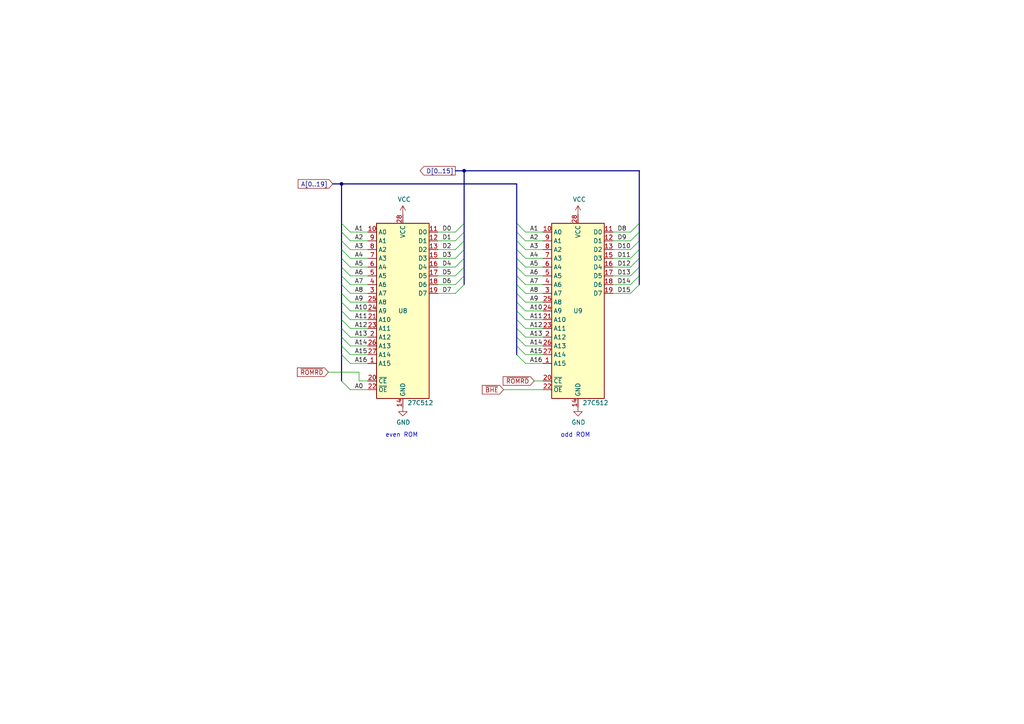
<source format=kicad_sch>
(kicad_sch (version 20230121) (generator eeschema)
  (paper "A4")
  (title_block (title "Mini8086 main system board") (rev "1.1"))
  (lib_symbols
    (symbol "Memory_EPROM:27C512"
      (property "Reference" "U" (at -7.62 26.67 0))
      (property "Value" "27C512" (at 2.54 -26.67 0))
      (symbol "27C512_1_1"
        (rectangle (start -7.62 25.4) (end 7.62 -25.4) (stroke (width 0.254)) (fill (type background)))
        (pin input line (at -10.16 -15.24 0) (length 2.54) (name "A15") (number "1"))
        (pin input line (at -10.16 22.86 0) (length 2.54) (name "A0") (number "10"))
        (pin tri_state line (at 10.16 22.86 180) (length 2.54) (name "D0") (number "11"))
        (pin tri_state line (at 10.16 20.32 180) (length 2.54) (name "D1") (number "12"))
        (pin tri_state line (at 10.16 17.78 180) (length 2.54) (name "D2") (number "13"))
        (pin power_in line (at 0 -27.94 90) (length 2.54) (name "GND") (number "14"))
        (pin tri_state line (at 10.16 15.24 180) (length 2.54) (name "D3") (number "15"))
        (pin tri_state line (at 10.16 12.7 180) (length 2.54) (name "D4") (number "16"))
        (pin tri_state line (at 10.16 10.16 180) (length 2.54) (name "D5") (number "17"))
        (pin tri_state line (at 10.16 7.62 180) (length 2.54) (name "D6") (number "18"))
        (pin tri_state line (at 10.16 5.08 180) (length 2.54) (name "D7") (number "19"))
        (pin input line (at -10.16 -7.62 0) (length 2.54) (name "A12") (number "2"))
        (pin input line (at -10.16 -20.32 0) (length 2.54) (name "~{CE}") (number "20"))
        (pin input line (at -10.16 -2.54 0) (length 2.54) (name "A10") (number "21"))
        (pin input line (at -10.16 -22.86 0) (length 2.54) (name "~{OE}") (number "22"))
        (pin input line (at -10.16 -5.08 0) (length 2.54) (name "A11") (number "23"))
        (pin input line (at -10.16 0 0) (length 2.54) (name "A9") (number "24"))
        (pin input line (at -10.16 2.54 0) (length 2.54) (name "A8") (number "25"))
        (pin input line (at -10.16 -10.16 0) (length 2.54) (name "A13") (number "26"))
        (pin input line (at -10.16 -12.7 0) (length 2.54) (name "A14") (number "27"))
        (pin power_in line (at 0 27.94 270) (length 2.54) (name "VCC") (number "28"))
        (pin input line (at -10.16 5.08 0) (length 2.54) (name "A7") (number "3"))
        (pin input line (at -10.16 7.62 0) (length 2.54) (name "A6") (number "4"))
        (pin input line (at -10.16 10.16 0) (length 2.54) (name "A5") (number "5"))
        (pin input line (at -10.16 12.7 0) (length 2.54) (name "A4") (number "6"))
        (pin input line (at -10.16 15.24 0) (length 2.54) (name "A3") (number "7"))
        (pin input line (at -10.16 17.78 0) (length 2.54) (name "A2") (number "8"))
        (pin input line (at -10.16 20.32 0) (length 2.54) (name "A1") (number "9"))
      )
    )
    (symbol "power:GND" (power) (pin_names (offset 0))
      (property "Value" "GND" (at 0 -3.81 0))
      (symbol "GND_0_1"
        (polyline (pts (xy 0 0) (xy 0 -1.27) (xy 1.27 -1.27) (xy 0 -2.54) (xy -1.27 -1.27) (xy 0 -1.27)))
      )
      (symbol "GND_1_1"
        (pin power_in line (at 0 0 270) (length 0) hide (name "GND") (number "1"))
      )
    )
    (symbol "power:VCC" (power) (pin_names (offset 0))
      (property "Value" "VCC" (at 0 3.81 0))
      (symbol "VCC_0_1"
        (polyline (pts (xy -0.762 1.27) (xy 0 2.54)))
        (polyline (pts (xy 0 0) (xy 0 2.54)))
        (polyline (pts (xy 0 2.54) (xy 0.762 1.27)))
      )
      (symbol "VCC_1_1"
        (pin power_in line (at 0 0 90) (length 0) hide (name "VCC") (number "1"))
      )
    )
  )
  (junction (at 134.62 49.53))
  (junction (at 99.06 53.34))
  (bus_entry (at 132.08 67.31) (size 2.54 -2.54))
  (bus_entry (at 152.4 80.01) (size -2.54 -2.54))
  (bus_entry (at 101.6 77.47) (size -2.54 -2.54))
  (bus_entry (at 152.4 105.41) (size -2.54 -2.54))
  (bus_entry (at 132.08 72.39) (size 2.54 -2.54))
  (bus_entry (at 182.88 72.39) (size 2.54 -2.54))
  (bus_entry (at 101.6 85.09) (size -2.54 -2.54))
  (bus_entry (at 101.6 87.63) (size -2.54 -2.54))
  (bus_entry (at 152.4 92.71) (size -2.54 -2.54))
  (bus_entry (at 132.08 85.09) (size 2.54 -2.54))
  (bus_entry (at 152.4 74.93) (size -2.54 -2.54))
  (bus_entry (at 152.4 90.17) (size -2.54 -2.54))
  (bus_entry (at 182.88 74.93) (size 2.54 -2.54))
  (bus_entry (at 101.6 102.87) (size -2.54 -2.54))
  (bus_entry (at 101.6 82.55) (size -2.54 -2.54))
  (bus_entry (at 182.88 85.09) (size 2.54 -2.54))
  (bus_entry (at 152.4 67.31) (size -2.54 -2.54))
  (bus_entry (at 101.6 69.85) (size -2.54 -2.54))
  (bus_entry (at 182.88 77.47) (size 2.54 -2.54))
  (bus_entry (at 101.6 95.25) (size -2.54 -2.54))
  (bus_entry (at 182.88 80.01) (size 2.54 -2.54))
  (bus_entry (at 152.4 97.79) (size -2.54 -2.54))
  (bus_entry (at 132.08 80.01) (size 2.54 -2.54))
  (bus_entry (at 101.6 80.01) (size -2.54 -2.54))
  (bus_entry (at 182.88 69.85) (size 2.54 -2.54))
  (bus_entry (at 101.6 105.41) (size -2.54 -2.54))
  (bus_entry (at 152.4 69.85) (size -2.54 -2.54))
  (bus_entry (at 132.08 82.55) (size 2.54 -2.54))
  (bus_entry (at 132.08 69.85) (size 2.54 -2.54))
  (bus_entry (at 152.4 95.25) (size -2.54 -2.54))
  (bus_entry (at 152.4 102.87) (size -2.54 -2.54))
  (bus_entry (at 101.6 100.33) (size -2.54 -2.54))
  (bus_entry (at 101.6 113.03) (size -2.54 -2.54))
  (bus_entry (at 182.88 67.31) (size 2.54 -2.54))
  (bus_entry (at 152.4 82.55) (size -2.54 -2.54))
  (bus_entry (at 182.88 82.55) (size 2.54 -2.54))
  (bus_entry (at 152.4 77.47) (size -2.54 -2.54))
  (bus_entry (at 101.6 74.93) (size -2.54 -2.54))
  (bus_entry (at 132.08 77.47) (size 2.54 -2.54))
  (bus_entry (at 101.6 67.31) (size -2.54 -2.54))
  (bus_entry (at 152.4 85.09) (size -2.54 -2.54))
  (bus_entry (at 101.6 72.39) (size -2.54 -2.54))
  (bus_entry (at 132.08 74.93) (size 2.54 -2.54))
  (bus_entry (at 152.4 87.63) (size -2.54 -2.54))
  (bus_entry (at 101.6 92.71) (size -2.54 -2.54))
  (bus_entry (at 101.6 97.79) (size -2.54 -2.54))
  (bus_entry (at 152.4 100.33) (size -2.54 -2.54))
  (bus_entry (at 152.4 72.39) (size -2.54 -2.54))
  (bus_entry (at 101.6 90.17) (size -2.54 -2.54))
  (bus (pts (xy 99.06 90.17) (xy 99.06 92.71)))
  (bus (pts (xy 99.06 87.63) (xy 99.06 90.17)))
  (bus (pts (xy 149.86 97.79) (xy 149.86 100.33)))
  (wire (pts (xy 152.4 80.01) (xy 157.48 80.01)))
  (wire (pts (xy 152.4 95.25) (xy 157.48 95.25)))
  (wire (pts (xy 101.6 82.55) (xy 106.68 82.55)))
  (bus (pts (xy 134.62 64.77) (xy 134.62 67.31)))
  (wire (pts (xy 104.14 110.49) (xy 104.14 107.95)))
  (wire (pts (xy 101.6 80.01) (xy 106.68 80.01)))
  (wire (pts (xy 101.6 95.25) (xy 106.68 95.25)))
  (wire (pts (xy 101.6 90.17) (xy 106.68 90.17)))
  (wire (pts (xy 101.6 92.71) (xy 106.68 92.71)))
  (bus (pts (xy 149.86 90.17) (xy 149.86 92.71)))
  (wire (pts (xy 101.6 97.79) (xy 106.68 97.79)))
  (bus (pts (xy 149.86 80.01) (xy 149.86 82.55)))
  (wire (pts (xy 132.08 72.39) (xy 127 72.39)))
  (wire (pts (xy 101.6 69.85) (xy 106.68 69.85)))
  (bus (pts (xy 149.86 92.71) (xy 149.86 95.25)))
  (bus (pts (xy 99.06 102.87) (xy 99.06 110.49)))
  (bus (pts (xy 185.42 72.39) (xy 185.42 74.93)))
  (wire (pts (xy 182.88 85.09) (xy 177.8 85.09)))
  (bus (pts (xy 134.62 72.39) (xy 134.62 74.93)))
  (bus (pts (xy 134.62 69.85) (xy 134.62 72.39)))
  (bus (pts (xy 99.06 53.34) (xy 96.52 53.34)))
  (wire (pts (xy 132.08 85.09) (xy 127 85.09)))
  (wire (pts (xy 152.4 67.31) (xy 157.48 67.31)))
  (wire (pts (xy 101.6 87.63) (xy 106.68 87.63)))
  (wire (pts (xy 182.88 74.93) (xy 177.8 74.93)))
  (bus (pts (xy 134.62 77.47) (xy 134.62 80.01)))
  (bus (pts (xy 185.42 64.77) (xy 185.42 67.31)))
  (wire (pts (xy 152.4 97.79) (xy 157.48 97.79)))
  (bus (pts (xy 185.42 77.47) (xy 185.42 80.01)))
  (wire (pts (xy 182.88 80.01) (xy 177.8 80.01)))
  (bus (pts (xy 185.42 69.85) (xy 185.42 72.39)))
  (wire (pts (xy 152.4 72.39) (xy 157.48 72.39)))
  (bus (pts (xy 149.86 72.39) (xy 149.86 74.93)))
  (bus (pts (xy 99.06 74.93) (xy 99.06 77.47)))
  (wire (pts (xy 101.6 85.09) (xy 106.68 85.09)))
  (bus (pts (xy 99.06 77.47) (xy 99.06 80.01)))
  (bus (pts (xy 149.86 85.09) (xy 149.86 87.63)))
  (bus (pts (xy 99.06 53.34) (xy 99.06 64.77)))
  (wire (pts (xy 152.4 85.09) (xy 157.48 85.09)))
  (wire (pts (xy 104.14 107.95) (xy 95.25 107.95)))
  (wire (pts (xy 152.4 82.55) (xy 157.48 82.55)))
  (bus (pts (xy 149.86 100.33) (xy 149.86 102.87)))
  (wire (pts (xy 152.4 87.63) (xy 157.48 87.63)))
  (wire (pts (xy 157.48 113.03) (xy 146.05 113.03)))
  (wire (pts (xy 132.08 80.01) (xy 127 80.01)))
  (bus (pts (xy 99.06 64.77) (xy 99.06 67.31)))
  (bus (pts (xy 99.06 72.39) (xy 99.06 74.93)))
  (bus (pts (xy 149.86 53.34) (xy 149.86 64.77)))
  (bus (pts (xy 99.06 80.01) (xy 99.06 82.55)))
  (wire (pts (xy 152.4 102.87) (xy 157.48 102.87)))
  (wire (pts (xy 101.6 74.93) (xy 106.68 74.93)))
  (bus (pts (xy 134.62 49.53) (xy 132.08 49.53)))
  (bus (pts (xy 99.06 53.34) (xy 149.86 53.34)))
  (wire (pts (xy 132.08 77.47) (xy 127 77.47)))
  (wire (pts (xy 106.68 110.49) (xy 104.14 110.49)))
  (wire (pts (xy 152.4 69.85) (xy 157.48 69.85)))
  (wire (pts (xy 101.6 67.31) (xy 106.68 67.31)))
  (bus (pts (xy 99.06 67.31) (xy 99.06 69.85)))
  (wire (pts (xy 152.4 77.47) (xy 157.48 77.47)))
  (bus (pts (xy 99.06 69.85) (xy 99.06 72.39)))
  (wire (pts (xy 132.08 82.55) (xy 127 82.55)))
  (bus (pts (xy 99.06 100.33) (xy 99.06 102.87)))
  (wire (pts (xy 132.08 69.85) (xy 127 69.85)))
  (wire (pts (xy 152.4 100.33) (xy 157.48 100.33)))
  (bus (pts (xy 185.42 74.93) (xy 185.42 77.47)))
  (wire (pts (xy 132.08 67.31) (xy 127 67.31)))
  (bus (pts (xy 99.06 82.55) (xy 99.06 85.09)))
  (wire (pts (xy 182.88 82.55) (xy 177.8 82.55)))
  (wire (pts (xy 132.08 74.93) (xy 127 74.93)))
  (wire (pts (xy 101.6 102.87) (xy 106.68 102.87)))
  (bus (pts (xy 149.86 95.25) (xy 149.86 97.79)))
  (bus (pts (xy 149.86 74.93) (xy 149.86 77.47)))
  (bus (pts (xy 99.06 95.25) (xy 99.06 97.79)))
  (wire (pts (xy 152.4 92.71) (xy 157.48 92.71)))
  (bus (pts (xy 134.62 74.93) (xy 134.62 77.47)))
  (bus (pts (xy 134.62 49.53) (xy 185.42 49.53)))
  (wire (pts (xy 101.6 100.33) (xy 106.68 100.33)))
  (bus (pts (xy 149.86 77.47) (xy 149.86 80.01)))
  (wire (pts (xy 182.88 67.31) (xy 177.8 67.31)))
  (bus (pts (xy 149.86 64.77) (xy 149.86 67.31)))
  (bus (pts (xy 149.86 82.55) (xy 149.86 85.09)))
  (bus (pts (xy 149.86 69.85) (xy 149.86 72.39)))
  (bus (pts (xy 149.86 87.63) (xy 149.86 90.17)))
  (wire (pts (xy 101.6 77.47) (xy 106.68 77.47)))
  (bus (pts (xy 185.42 67.31) (xy 185.42 69.85)))
  (bus (pts (xy 99.06 85.09) (xy 99.06 87.63)))
  (wire (pts (xy 101.6 105.41) (xy 106.68 105.41)))
  (bus (pts (xy 134.62 67.31) (xy 134.62 69.85)))
  (wire (pts (xy 106.68 113.03) (xy 101.6 113.03)))
  (wire (pts (xy 182.88 72.39) (xy 177.8 72.39)))
  (bus (pts (xy 99.06 92.71) (xy 99.06 95.25)))
  (bus (pts (xy 149.86 67.31) (xy 149.86 69.85)))
  (bus (pts (xy 185.42 80.01) (xy 185.42 82.55)))
  (bus (pts (xy 134.62 80.01) (xy 134.62 82.55)))
  (wire (pts (xy 182.88 69.85) (xy 177.8 69.85)))
  (bus (pts (xy 99.06 97.79) (xy 99.06 100.33)))
  (wire (pts (xy 182.88 77.47) (xy 177.8 77.47)))
  (bus (pts (xy 185.42 49.53) (xy 185.42 64.77)))
  (wire (pts (xy 152.4 90.17) (xy 157.48 90.17)))
  (wire (pts (xy 157.48 110.49) (xy 154.94 110.49)))
  (wire (pts (xy 152.4 74.93) (xy 157.48 74.93)))
  (wire (pts (xy 152.4 105.41) (xy 157.48 105.41)))
  (wire (pts (xy 101.6 72.39) (xy 106.68 72.39)))
  (bus (pts (xy 134.62 49.53) (xy 134.62 64.77)))
  (text "even ROM" (at 111.76 127 0) (effects (font (size 1.27 1.27)) (justify left bottom)))
  (text "odd ROM" (at 162.56 127 0) (effects (font (size 1.27 1.27)) (justify left bottom)))
  (label "A3" (at 153.67 72.39 0))
  (label "A1" (at 153.67 67.31 0))
  (label "D6" (at 128.27 82.55 0))
  (label "D9" (at 179.07 69.85 0))
  (label "A16" (at 102.87 105.41 0))
  (label "A10" (at 153.67 90.17 0))
  (label "D12" (at 179.07 77.47 0))
  (label "A9" (at 153.67 87.63 0))
  (label "A16" (at 153.67 105.41 0))
  (label "D3" (at 128.27 74.93 0))
  (label "A7" (at 102.87 82.55 0))
  (label "D11" (at 179.07 74.93 0))
  (label "D10" (at 179.07 72.39 0))
  (label "A4" (at 102.87 74.93 0))
  (label "A15" (at 153.67 102.87 0))
  (label "A10" (at 102.87 90.17 0))
  (label "D5" (at 128.27 80.01 0))
  (label "A8" (at 102.87 85.09 0))
  (label "A14" (at 102.87 100.33 0))
  (label "D1" (at 128.27 69.85 0))
  (label "D0" (at 128.27 67.31 0))
  (label "A12" (at 102.87 95.25 0))
  (label "A11" (at 102.87 92.71 0))
  (label "A11" (at 153.67 92.71 0))
  (label "A8" (at 153.67 85.09 0))
  (label "A5" (at 102.87 77.47 0))
  (label "A15" (at 102.87 102.87 0))
  (label "A12" (at 153.67 95.25 0))
  (label "D14" (at 179.07 82.55 0))
  (label "D13" (at 179.07 80.01 0))
  (label "A1" (at 102.87 67.31 0))
  (label "D4" (at 128.27 77.47 0))
  (label "A9" (at 102.87 87.63 0))
  (label "D2" (at 128.27 72.39 0))
  (label "D15" (at 179.07 85.09 0))
  (label "D7" (at 128.27 85.09 0))
  (label "A14" (at 153.67 100.33 0))
  (label "A6" (at 102.87 80.01 0))
  (label "A7" (at 153.67 82.55 0))
  (label "A2" (at 153.67 69.85 0))
  (label "A3" (at 102.87 72.39 0))
  (label "A13" (at 153.67 97.79 0))
  (label "A6" (at 153.67 80.01 0))
  (label "A5" (at 153.67 77.47 0))
  (label "A13" (at 102.87 97.79 0))
  (label "A4" (at 153.67 74.93 0))
  (label "A0" (at 102.87 113.03 0))
  (label "A2" (at 102.87 69.85 0))
  (label "D8" (at 179.07 67.31 0))
  (global_label "~{ROMRD}" (shape input) (at 154.94 110.49 180) (property "Intersheetrefs" "${INTERSHEET_REFS}" (effects hide)))
  (global_label "~{BHE}" (shape input) (at 146.05 113.03 180) (property "Intersheetrefs" "${INTERSHEET_REFS}" (effects hide)))
  (global_label "A[0..19]" (shape input) (at 96.52 53.34 180) (property "Intersheetrefs" "${INTERSHEET_REFS}" (effects hide)))
  (global_label "~{ROMRD}" (shape input) (at 95.25 107.95 180) (property "Intersheetrefs" "${INTERSHEET_REFS}" (effects hide)))
  (global_label "D[0..15]" (shape output) (at 132.08 49.53 180) (property "Intersheetrefs" "${INTERSHEET_REFS}" (effects hide)))
  (symbol (lib_id "Memory_EPROM:27C512") (at 116.84 90.17 0) (unit 1)
    (property "Reference" "U8" (at 116.84 90.17 0))
    (property "Value" "27C512" (at 121.92 116.84 0))
    (property "Footprint" "Socket:DIP_Socket-28_W11.9_W12.7_W15.24_W17.78_W18.5_3M_228-1277-00-0602J" (effects hide))
    (property "Datasheet" "http://ww1.microchip.com/downloads/en/DeviceDoc/doc0015.pdf" (effects hide))
  )
  (symbol (lib_id "Memory_EPROM:27C512") (at 167.64 90.17 0) (unit 1)
    (property "Reference" "U9" (at 167.64 90.17 0))
    (property "Value" "27C512" (at 172.72 116.84 0))
    (property "Footprint" "Socket:DIP_Socket-28_W11.9_W12.7_W15.24_W17.78_W18.5_3M_228-1277-00-0602J" (effects hide))
    (property "Datasheet" "http://ww1.microchip.com/downloads/en/DeviceDoc/doc0015.pdf" (effects hide))
  )
  (symbol (lib_id "power:GND") (at 116.84 118.11 0) (unit 1)
    (property "Reference" "#PWR028" (effects hide))
    (property "Value" "GND" (at 116.967 122.5042 0))
  )
  (symbol (lib_id "power:GND") (at 167.64 118.11 0) (unit 1)
    (property "Reference" "#PWR030" (effects hide))
    (property "Value" "GND" (at 167.767 122.5042 0))
  )
  (symbol (lib_id "power:VCC") (at 167.64 62.23 0) (unit 1)
    (property "Reference" "#PWR029" (effects hide))
    (property "Value" "VCC" (at 168.021 57.8358 0))
  )
  (symbol (lib_id "power:VCC") (at 116.84 62.23 0) (unit 1)
    (property "Reference" "#PWR027" (effects hide))
    (property "Value" "VCC" (at 117.221 57.8358 0))
  )
)
</source>
